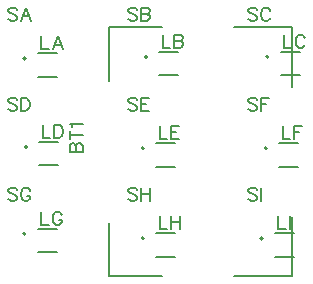
<source format=gto>
G04 Layer: TopSilkLayer*
G04 EasyEDA v6.4.25, 2022-01-03T23:04:32--5:00*
G04 f870d6b240394c1986ede19cf4370902,f610eaca6985405d96f74a4a3e528675,10*
G04 Gerber Generator version 0.2*
G04 Scale: 100 percent, Rotated: No, Reflected: No *
G04 Dimensions in millimeters *
G04 leading zeros omitted , absolute positions ,4 integer and 5 decimal *
%FSLAX45Y45*%
%MOMM*%

%ADD21C,0.1270*%
%ADD22C,0.1999*%
%ADD23C,0.1524*%

%LPD*%
D23*
X735584Y-1320800D02*
G01*
X844550Y-1320800D01*
X735584Y-1320800D02*
G01*
X735584Y-1274063D01*
X740663Y-1258570D01*
X745997Y-1253236D01*
X756411Y-1248155D01*
X766826Y-1248155D01*
X777240Y-1253236D01*
X782320Y-1258570D01*
X787400Y-1274063D01*
X787400Y-1320800D02*
G01*
X787400Y-1274063D01*
X792734Y-1258570D01*
X797813Y-1253236D01*
X808227Y-1248155D01*
X823976Y-1248155D01*
X834390Y-1253236D01*
X839470Y-1258570D01*
X844550Y-1274063D01*
X844550Y-1320800D01*
X735584Y-1177289D02*
G01*
X844550Y-1177289D01*
X735584Y-1213865D02*
G01*
X735584Y-1140968D01*
X756411Y-1106678D02*
G01*
X751077Y-1096263D01*
X735584Y-1080770D01*
X844550Y-1080770D01*
X495300Y-341884D02*
G01*
X495300Y-450850D01*
X495300Y-450850D02*
G01*
X557529Y-450850D01*
X633476Y-341884D02*
G01*
X591820Y-450850D01*
X633476Y-341884D02*
G01*
X675131Y-450850D01*
X607568Y-414528D02*
G01*
X659384Y-414528D01*
X1524000Y-329184D02*
G01*
X1524000Y-438150D01*
X1524000Y-438150D02*
G01*
X1586229Y-438150D01*
X1620520Y-329184D02*
G01*
X1620520Y-438150D01*
X1620520Y-329184D02*
G01*
X1667510Y-329184D01*
X1683004Y-334263D01*
X1688084Y-339597D01*
X1693418Y-350012D01*
X1693418Y-360426D01*
X1688084Y-370839D01*
X1683004Y-375920D01*
X1667510Y-381000D01*
X1620520Y-381000D02*
G01*
X1667510Y-381000D01*
X1683004Y-386334D01*
X1688084Y-391413D01*
X1693418Y-401828D01*
X1693418Y-417576D01*
X1688084Y-427989D01*
X1683004Y-433070D01*
X1667510Y-438150D01*
X1620520Y-438150D01*
X2552700Y-329184D02*
G01*
X2552700Y-438150D01*
X2552700Y-438150D02*
G01*
X2614929Y-438150D01*
X2727197Y-355092D02*
G01*
X2722118Y-344678D01*
X2711704Y-334263D01*
X2701290Y-329184D01*
X2680461Y-329184D01*
X2670047Y-334263D01*
X2659634Y-344678D01*
X2654554Y-355092D01*
X2649220Y-370839D01*
X2649220Y-396747D01*
X2654554Y-412242D01*
X2659634Y-422655D01*
X2670047Y-433070D01*
X2680461Y-438150D01*
X2701290Y-438150D01*
X2711704Y-433070D01*
X2722118Y-422655D01*
X2727197Y-412242D01*
X508000Y-1091184D02*
G01*
X508000Y-1200150D01*
X508000Y-1200150D02*
G01*
X570229Y-1200150D01*
X604520Y-1091184D02*
G01*
X604520Y-1200150D01*
X604520Y-1091184D02*
G01*
X641095Y-1091184D01*
X656590Y-1096263D01*
X667004Y-1106678D01*
X672084Y-1117092D01*
X677418Y-1132839D01*
X677418Y-1158747D01*
X672084Y-1174242D01*
X667004Y-1184655D01*
X656590Y-1195070D01*
X641095Y-1200150D01*
X604520Y-1200150D01*
X1498600Y-1103884D02*
G01*
X1498600Y-1212850D01*
X1498600Y-1212850D02*
G01*
X1560829Y-1212850D01*
X1595120Y-1103884D02*
G01*
X1595120Y-1212850D01*
X1595120Y-1103884D02*
G01*
X1662684Y-1103884D01*
X1595120Y-1155700D02*
G01*
X1636776Y-1155700D01*
X1595120Y-1212850D02*
G01*
X1662684Y-1212850D01*
X2540000Y-1103884D02*
G01*
X2540000Y-1212850D01*
X2540000Y-1212850D02*
G01*
X2602229Y-1212850D01*
X2636520Y-1103884D02*
G01*
X2636520Y-1212850D01*
X2636520Y-1103884D02*
G01*
X2704084Y-1103884D01*
X2636520Y-1155700D02*
G01*
X2678176Y-1155700D01*
X495300Y-1827784D02*
G01*
X495300Y-1936750D01*
X495300Y-1936750D02*
G01*
X557529Y-1936750D01*
X669797Y-1853692D02*
G01*
X664718Y-1843278D01*
X654304Y-1832863D01*
X643890Y-1827784D01*
X623061Y-1827784D01*
X612647Y-1832863D01*
X602234Y-1843278D01*
X597154Y-1853692D01*
X591820Y-1869439D01*
X591820Y-1895347D01*
X597154Y-1910842D01*
X602234Y-1921255D01*
X612647Y-1931670D01*
X623061Y-1936750D01*
X643890Y-1936750D01*
X654304Y-1931670D01*
X664718Y-1921255D01*
X669797Y-1910842D01*
X669797Y-1895347D01*
X643890Y-1895347D02*
G01*
X669797Y-1895347D01*
X1498600Y-1865884D02*
G01*
X1498600Y-1974850D01*
X1498600Y-1974850D02*
G01*
X1560829Y-1974850D01*
X1595120Y-1865884D02*
G01*
X1595120Y-1974850D01*
X1668018Y-1865884D02*
G01*
X1668018Y-1974850D01*
X1595120Y-1917700D02*
G01*
X1668018Y-1917700D01*
X2501900Y-1865884D02*
G01*
X2501900Y-1974850D01*
X2501900Y-1974850D02*
G01*
X2564129Y-1974850D01*
X2598420Y-1865884D02*
G01*
X2598420Y-1974850D01*
X288543Y-116078D02*
G01*
X278129Y-105663D01*
X262636Y-100584D01*
X241808Y-100584D01*
X226313Y-105663D01*
X215900Y-116078D01*
X215900Y-126492D01*
X220979Y-136905D01*
X226313Y-142239D01*
X236727Y-147320D01*
X267970Y-157734D01*
X278129Y-162813D01*
X283463Y-168147D01*
X288543Y-178562D01*
X288543Y-194055D01*
X278129Y-204470D01*
X262636Y-209550D01*
X241808Y-209550D01*
X226313Y-204470D01*
X215900Y-194055D01*
X364490Y-100584D02*
G01*
X322834Y-209550D01*
X364490Y-100584D02*
G01*
X406145Y-209550D01*
X338581Y-173228D02*
G01*
X390397Y-173228D01*
X1304543Y-116078D02*
G01*
X1294129Y-105663D01*
X1278636Y-100584D01*
X1257808Y-100584D01*
X1242313Y-105663D01*
X1231900Y-116078D01*
X1231900Y-126492D01*
X1236979Y-136905D01*
X1242313Y-142239D01*
X1252727Y-147320D01*
X1283970Y-157734D01*
X1294129Y-162813D01*
X1299463Y-168147D01*
X1304543Y-178562D01*
X1304543Y-194055D01*
X1294129Y-204470D01*
X1278636Y-209550D01*
X1257808Y-209550D01*
X1242313Y-204470D01*
X1231900Y-194055D01*
X1338834Y-100584D02*
G01*
X1338834Y-209550D01*
X1338834Y-100584D02*
G01*
X1385570Y-100584D01*
X1401318Y-105663D01*
X1406397Y-110997D01*
X1411731Y-121412D01*
X1411731Y-131826D01*
X1406397Y-142239D01*
X1401318Y-147320D01*
X1385570Y-152400D01*
X1338834Y-152400D02*
G01*
X1385570Y-152400D01*
X1401318Y-157734D01*
X1406397Y-162813D01*
X1411731Y-173228D01*
X1411731Y-188976D01*
X1406397Y-199389D01*
X1401318Y-204470D01*
X1385570Y-209550D01*
X1338834Y-209550D01*
X2320543Y-116078D02*
G01*
X2310129Y-105663D01*
X2294636Y-100584D01*
X2273808Y-100584D01*
X2258313Y-105663D01*
X2247900Y-116078D01*
X2247900Y-126492D01*
X2252979Y-136905D01*
X2258313Y-142239D01*
X2268727Y-147320D01*
X2299970Y-157734D01*
X2310129Y-162813D01*
X2315463Y-168147D01*
X2320543Y-178562D01*
X2320543Y-194055D01*
X2310129Y-204470D01*
X2294636Y-209550D01*
X2273808Y-209550D01*
X2258313Y-204470D01*
X2247900Y-194055D01*
X2432811Y-126492D02*
G01*
X2427731Y-116078D01*
X2417318Y-105663D01*
X2406904Y-100584D01*
X2386076Y-100584D01*
X2375661Y-105663D01*
X2365247Y-116078D01*
X2360168Y-126492D01*
X2354834Y-142239D01*
X2354834Y-168147D01*
X2360168Y-183642D01*
X2365247Y-194055D01*
X2375661Y-204470D01*
X2386076Y-209550D01*
X2406904Y-209550D01*
X2417318Y-204470D01*
X2427731Y-194055D01*
X2432811Y-183642D01*
X288543Y-878078D02*
G01*
X278129Y-867663D01*
X262636Y-862584D01*
X241808Y-862584D01*
X226313Y-867663D01*
X215900Y-878078D01*
X215900Y-888492D01*
X220979Y-898905D01*
X226313Y-904239D01*
X236727Y-909320D01*
X267970Y-919734D01*
X278129Y-924813D01*
X283463Y-930147D01*
X288543Y-940562D01*
X288543Y-956055D01*
X278129Y-966470D01*
X262636Y-971550D01*
X241808Y-971550D01*
X226313Y-966470D01*
X215900Y-956055D01*
X322834Y-862584D02*
G01*
X322834Y-971550D01*
X322834Y-862584D02*
G01*
X359410Y-862584D01*
X374904Y-867663D01*
X385318Y-878078D01*
X390397Y-888492D01*
X395731Y-904239D01*
X395731Y-930147D01*
X390397Y-945642D01*
X385318Y-956055D01*
X374904Y-966470D01*
X359410Y-971550D01*
X322834Y-971550D01*
X1304543Y-878078D02*
G01*
X1294129Y-867663D01*
X1278636Y-862584D01*
X1257808Y-862584D01*
X1242313Y-867663D01*
X1231900Y-878078D01*
X1231900Y-888492D01*
X1236979Y-898905D01*
X1242313Y-904239D01*
X1252727Y-909320D01*
X1283970Y-919734D01*
X1294129Y-924813D01*
X1299463Y-930147D01*
X1304543Y-940562D01*
X1304543Y-956055D01*
X1294129Y-966470D01*
X1278636Y-971550D01*
X1257808Y-971550D01*
X1242313Y-966470D01*
X1231900Y-956055D01*
X1338834Y-862584D02*
G01*
X1338834Y-971550D01*
X1338834Y-862584D02*
G01*
X1406397Y-862584D01*
X1338834Y-914400D02*
G01*
X1380490Y-914400D01*
X1338834Y-971550D02*
G01*
X1406397Y-971550D01*
X2320543Y-878078D02*
G01*
X2310129Y-867663D01*
X2294636Y-862584D01*
X2273808Y-862584D01*
X2258313Y-867663D01*
X2247900Y-878078D01*
X2247900Y-888492D01*
X2252979Y-898905D01*
X2258313Y-904239D01*
X2268727Y-909320D01*
X2299970Y-919734D01*
X2310129Y-924813D01*
X2315463Y-930147D01*
X2320543Y-940562D01*
X2320543Y-956055D01*
X2310129Y-966470D01*
X2294636Y-971550D01*
X2273808Y-971550D01*
X2258313Y-966470D01*
X2247900Y-956055D01*
X2354834Y-862584D02*
G01*
X2354834Y-971550D01*
X2354834Y-862584D02*
G01*
X2422397Y-862584D01*
X2354834Y-914400D02*
G01*
X2396490Y-914400D01*
X288543Y-1640078D02*
G01*
X278129Y-1629663D01*
X262636Y-1624584D01*
X241808Y-1624584D01*
X226313Y-1629663D01*
X215900Y-1640078D01*
X215900Y-1650492D01*
X220979Y-1660905D01*
X226313Y-1666239D01*
X236727Y-1671320D01*
X267970Y-1681734D01*
X278129Y-1686813D01*
X283463Y-1692147D01*
X288543Y-1702562D01*
X288543Y-1718055D01*
X278129Y-1728470D01*
X262636Y-1733550D01*
X241808Y-1733550D01*
X226313Y-1728470D01*
X215900Y-1718055D01*
X400811Y-1650492D02*
G01*
X395731Y-1640078D01*
X385318Y-1629663D01*
X374904Y-1624584D01*
X354076Y-1624584D01*
X343661Y-1629663D01*
X333247Y-1640078D01*
X328168Y-1650492D01*
X322834Y-1666239D01*
X322834Y-1692147D01*
X328168Y-1707642D01*
X333247Y-1718055D01*
X343661Y-1728470D01*
X354076Y-1733550D01*
X374904Y-1733550D01*
X385318Y-1728470D01*
X395731Y-1718055D01*
X400811Y-1707642D01*
X400811Y-1692147D01*
X374904Y-1692147D02*
G01*
X400811Y-1692147D01*
X1304543Y-1640078D02*
G01*
X1294129Y-1629663D01*
X1278636Y-1624584D01*
X1257808Y-1624584D01*
X1242313Y-1629663D01*
X1231900Y-1640078D01*
X1231900Y-1650492D01*
X1236979Y-1660905D01*
X1242313Y-1666239D01*
X1252727Y-1671320D01*
X1283970Y-1681734D01*
X1294129Y-1686813D01*
X1299463Y-1692147D01*
X1304543Y-1702562D01*
X1304543Y-1718055D01*
X1294129Y-1728470D01*
X1278636Y-1733550D01*
X1257808Y-1733550D01*
X1242313Y-1728470D01*
X1231900Y-1718055D01*
X1338834Y-1624584D02*
G01*
X1338834Y-1733550D01*
X1411731Y-1624584D02*
G01*
X1411731Y-1733550D01*
X1338834Y-1676400D02*
G01*
X1411731Y-1676400D01*
X2320543Y-1640078D02*
G01*
X2310129Y-1629663D01*
X2294636Y-1624584D01*
X2273808Y-1624584D01*
X2258313Y-1629663D01*
X2247900Y-1640078D01*
X2247900Y-1650492D01*
X2252979Y-1660905D01*
X2258313Y-1666239D01*
X2268727Y-1671320D01*
X2299970Y-1681734D01*
X2310129Y-1686813D01*
X2315463Y-1692147D01*
X2320543Y-1702562D01*
X2320543Y-1718055D01*
X2310129Y-1728470D01*
X2294636Y-1733550D01*
X2273808Y-1733550D01*
X2258313Y-1728470D01*
X2247900Y-1718055D01*
X2354834Y-1624584D02*
G01*
X2354834Y-1733550D01*
D21*
X1519097Y-2375788D02*
G01*
X1066114Y-2375788D01*
X1066114Y-1920798D01*
X1066114Y-720801D02*
G01*
X1066114Y-265811D01*
X1519097Y-265811D01*
X2123109Y-2375788D02*
G01*
X2616098Y-2375788D01*
X2616098Y-1870811D01*
X2616098Y-770788D02*
G01*
X2616098Y-265811D01*
X2123109Y-265811D01*
X466090Y-484200D02*
G01*
X626110Y-484200D01*
X466090Y-684199D02*
G01*
X626110Y-684199D01*
X1494790Y-471500D02*
G01*
X1654810Y-471500D01*
X1494790Y-671499D02*
G01*
X1654810Y-671499D01*
X2523490Y-471500D02*
G01*
X2683510Y-471500D01*
X2523490Y-671499D02*
G01*
X2683510Y-671499D01*
X478790Y-1233500D02*
G01*
X638810Y-1233500D01*
X478790Y-1433499D02*
G01*
X638810Y-1433499D01*
X1469390Y-1246200D02*
G01*
X1629410Y-1246200D01*
X1469390Y-1446199D02*
G01*
X1629410Y-1446199D01*
X2510790Y-1246200D02*
G01*
X2670810Y-1246200D01*
X2510790Y-1446199D02*
G01*
X2670810Y-1446199D01*
X466090Y-1970100D02*
G01*
X626110Y-1970100D01*
X466090Y-2170099D02*
G01*
X626110Y-2170099D01*
X1469390Y-2008200D02*
G01*
X1629410Y-2008200D01*
X1469390Y-2208199D02*
G01*
X1629410Y-2208199D01*
X2472690Y-2008200D02*
G01*
X2632710Y-2008200D01*
X2472690Y-2208199D02*
G01*
X2632710Y-2208199D01*
D22*
G75*
G01*
X362280Y-529209D02*
G03*
X362280Y-529692I-11173J-241D01*
G75*
G01*
X1390980Y-516509D02*
G03*
X1390980Y-516992I-11173J-241D01*
G75*
G01*
X2419680Y-516509D02*
G03*
X2419680Y-516992I-11173J-241D01*
G75*
G01*
X374980Y-1278509D02*
G03*
X374980Y-1278992I-11173J-241D01*
G75*
G01*
X1365580Y-1291209D02*
G03*
X1365580Y-1291692I-11173J-241D01*
G75*
G01*
X2406980Y-1291209D02*
G03*
X2406980Y-1291692I-11173J-241D01*
G75*
G01*
X362280Y-2015109D02*
G03*
X362280Y-2015592I-11173J-241D01*
G75*
G01*
X1365580Y-2053209D02*
G03*
X1365580Y-2053692I-11173J-241D01*
G75*
G01*
X2368880Y-2053209D02*
G03*
X2368880Y-2053692I-11173J-241D01*
M02*

</source>
